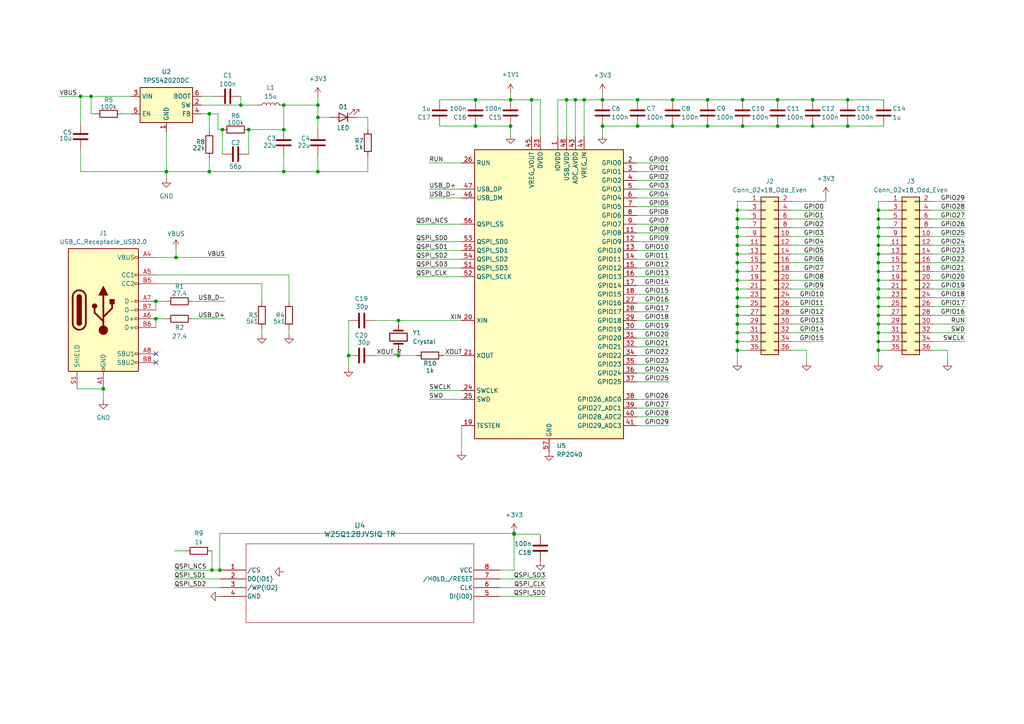
<source format=kicad_sch>
(kicad_sch (version 20230121) (generator eeschema)
  (paper "A4")
  (junction (at 213.868 96.52))
  (junction (at 254.762 101.6))
  (junction (at 254.762 93.98))
  (junction (at 213.868 68.58))
  (junction (at 29.972 112.776))
  (junction (at 213.868 83.82))
  (junction (at 149.098 154.686))
  (junction (at 148.082 36.576))
  (junction (at 184.912 36.576))
  (junction (at 166.878 28.956))
  (junction (at 92.202 30.48))
  (junction (at 195.072 36.576))
  (junction (at 213.868 76.2))
  (junction (at 60.706 49.784))
  (junction (at 215.392 28.956))
  (junction (at 63.754 165.354))
  (junction (at 61.468 165.354))
  (junction (at 213.868 60.96))
  (junction (at 245.872 28.956))
  (junction (at 213.868 99.06))
  (junction (at 254.762 68.58))
  (junction (at 245.872 36.576))
  (junction (at 254.762 91.44))
  (junction (at 225.552 28.956))
  (junction (at 205.232 36.576))
  (junction (at 101.092 103.124))
  (junction (at 235.712 36.576))
  (junction (at 174.752 28.956))
  (junction (at 213.868 88.9))
  (junction (at 235.712 28.956))
  (junction (at 82.296 49.784))
  (junction (at 45.212 87.376))
  (junction (at 254.762 96.52))
  (junction (at 254.762 99.06))
  (junction (at 72.136 37.592))
  (junction (at 148.082 28.956))
  (junction (at 213.868 81.28))
  (junction (at 254.762 71.12))
  (junction (at 213.868 78.74))
  (junction (at 213.868 73.66))
  (junction (at 254.762 66.04))
  (junction (at 254.762 76.2))
  (junction (at 64.516 37.592))
  (junction (at 254.762 83.82))
  (junction (at 254.762 60.96))
  (junction (at 149.098 154.94))
  (junction (at 115.57 92.964))
  (junction (at 213.868 63.5))
  (junction (at 213.868 101.6))
  (junction (at 82.296 37.592))
  (junction (at 254.762 78.74))
  (junction (at 174.752 36.576))
  (junction (at 45.212 92.456))
  (junction (at 213.868 93.98))
  (junction (at 69.85 30.48))
  (junction (at 215.392 36.576))
  (junction (at 213.868 86.36))
  (junction (at 51.054 74.676))
  (junction (at 82.296 30.48))
  (junction (at 137.922 28.956))
  (junction (at 225.552 36.576))
  (junction (at 115.57 103.124))
  (junction (at 26.416 27.94))
  (junction (at 254.762 86.36))
  (junction (at 154.178 28.956))
  (junction (at 137.922 36.576))
  (junction (at 48.26 49.784))
  (junction (at 60.706 33.02))
  (junction (at 213.868 71.12))
  (junction (at 254.762 88.9))
  (junction (at 23.368 27.94))
  (junction (at 205.232 28.956))
  (junction (at 184.912 28.956))
  (junction (at 92.202 34.036))
  (junction (at 213.868 66.04))
  (junction (at 254.762 73.66))
  (junction (at 254.762 63.5))
  (junction (at 213.868 91.44))
  (junction (at 169.418 28.956))
  (junction (at 254.762 81.28))
  (junction (at 195.072 28.956))
  (junction (at 92.202 49.784))
  (junction (at 164.338 28.956))
  (no_connect (at 45.212 105.156))
  (no_connect (at 45.212 102.616))
  (wire (pts (xy 254.762 78.74) (xy 257.81 78.74)))
  (wire (pts (xy 60.706 33.02) (xy 60.706 38.1)))
  (wire (pts (xy 92.202 49.784) (xy 82.296 49.784)))
  (wire (pts (xy 174.752 36.576) (xy 184.912 36.576)))
  (wire (pts (xy 229.616 91.44) (xy 239.014 91.44)))
  (wire (pts (xy 213.868 99.06) (xy 213.868 101.6)))
  (wire (pts (xy 213.868 91.44) (xy 216.916 91.44)))
  (wire (pts (xy 270.51 88.9) (xy 279.908 88.9)))
  (wire (pts (xy 69.85 27.94) (xy 69.85 30.48)))
  (wire (pts (xy 254.762 83.82) (xy 257.81 83.82)))
  (wire (pts (xy 184.658 77.724) (xy 194.056 77.724)))
  (wire (pts (xy 184.658 70.104) (xy 194.056 70.104)))
  (wire (pts (xy 213.868 81.28) (xy 216.916 81.28)))
  (wire (pts (xy 270.51 78.74) (xy 279.908 78.74)))
  (wire (pts (xy 63.754 154.686) (xy 63.754 165.354)))
  (wire (pts (xy 133.858 54.864) (xy 124.46 54.864)))
  (wire (pts (xy 133.858 123.444) (xy 133.858 130.81)))
  (wire (pts (xy 133.858 115.824) (xy 124.46 115.824)))
  (wire (pts (xy 115.57 101.6) (xy 115.57 103.124)))
  (wire (pts (xy 26.416 33.02) (xy 26.416 27.94)))
  (wire (pts (xy 184.658 105.664) (xy 194.056 105.664)))
  (wire (pts (xy 184.658 95.504) (xy 194.056 95.504)))
  (wire (pts (xy 120.65 75.184) (xy 133.858 75.184)))
  (wire (pts (xy 184.658 110.744) (xy 194.056 110.744)))
  (wire (pts (xy 213.868 71.12) (xy 213.868 73.66)))
  (wire (pts (xy 23.368 43.434) (xy 23.368 49.784)))
  (wire (pts (xy 50.546 167.894) (xy 63.754 167.894)))
  (wire (pts (xy 148.082 26.924) (xy 148.082 28.956)))
  (wire (pts (xy 254.762 88.9) (xy 254.762 91.44)))
  (wire (pts (xy 213.868 60.96) (xy 216.916 60.96)))
  (wire (pts (xy 174.752 26.924) (xy 174.752 28.956)))
  (wire (pts (xy 156.718 154.94) (xy 156.718 155.194)))
  (wire (pts (xy 254.762 101.6) (xy 254.762 104.902)))
  (wire (pts (xy 213.868 83.82) (xy 213.868 86.36)))
  (wire (pts (xy 213.868 101.6) (xy 213.868 104.902)))
  (wire (pts (xy 254.762 99.06) (xy 254.762 101.6)))
  (wire (pts (xy 82.296 30.48) (xy 92.202 30.48)))
  (wire (pts (xy 106.68 49.784) (xy 92.202 49.784)))
  (wire (pts (xy 254.762 93.98) (xy 257.81 93.98)))
  (wire (pts (xy 215.392 28.956) (xy 225.552 28.956)))
  (wire (pts (xy 184.658 82.804) (xy 194.056 82.804)))
  (wire (pts (xy 75.946 95.25) (xy 75.946 97.028)))
  (wire (pts (xy 229.616 83.82) (xy 239.014 83.82)))
  (wire (pts (xy 229.616 96.52) (xy 239.014 96.52)))
  (wire (pts (xy 106.68 34.036) (xy 106.68 37.592)))
  (wire (pts (xy 184.658 98.044) (xy 194.056 98.044)))
  (wire (pts (xy 195.072 36.576) (xy 205.232 36.576)))
  (wire (pts (xy 254.762 96.52) (xy 254.762 99.06)))
  (wire (pts (xy 213.868 66.04) (xy 216.916 66.04)))
  (wire (pts (xy 115.57 92.964) (xy 115.57 93.98)))
  (wire (pts (xy 184.658 65.024) (xy 194.056 65.024)))
  (wire (pts (xy 137.922 36.576) (xy 127.508 36.576)))
  (wire (pts (xy 82.296 49.784) (xy 60.706 49.784)))
  (wire (pts (xy 83.82 95.25) (xy 83.82 97.028)))
  (wire (pts (xy 213.868 68.58) (xy 216.916 68.58)))
  (wire (pts (xy 235.712 36.576) (xy 245.872 36.576)))
  (wire (pts (xy 254.762 81.28) (xy 257.81 81.28)))
  (wire (pts (xy 45.212 87.376) (xy 45.212 89.916)))
  (wire (pts (xy 184.658 75.184) (xy 194.056 75.184)))
  (wire (pts (xy 51.054 72.136) (xy 51.054 74.676)))
  (wire (pts (xy 158.242 172.974) (xy 145.034 172.974)))
  (wire (pts (xy 154.178 28.956) (xy 156.718 28.956)))
  (wire (pts (xy 254.762 91.44) (xy 257.81 91.44)))
  (wire (pts (xy 184.658 47.244) (xy 194.056 47.244)))
  (wire (pts (xy 120.65 80.264) (xy 133.858 80.264)))
  (wire (pts (xy 216.916 96.52) (xy 213.868 96.52)))
  (wire (pts (xy 55.88 87.376) (xy 65.278 87.376)))
  (wire (pts (xy 184.658 54.864) (xy 194.056 54.864)))
  (wire (pts (xy 184.658 85.344) (xy 194.056 85.344)))
  (wire (pts (xy 254.762 66.04) (xy 257.81 66.04)))
  (wire (pts (xy 229.616 73.66) (xy 239.014 73.66)))
  (wire (pts (xy 106.68 45.212) (xy 106.68 49.784)))
  (wire (pts (xy 50.546 170.434) (xy 63.754 170.434)))
  (wire (pts (xy 205.232 36.576) (xy 215.392 36.576)))
  (wire (pts (xy 229.616 86.36) (xy 239.014 86.36)))
  (wire (pts (xy 101.092 103.124) (xy 101.092 106.68)))
  (wire (pts (xy 213.868 60.96) (xy 213.868 63.5)))
  (wire (pts (xy 149.098 154.94) (xy 156.718 154.94)))
  (wire (pts (xy 213.868 76.2) (xy 216.916 76.2)))
  (wire (pts (xy 239.522 56.896) (xy 239.522 58.42)))
  (wire (pts (xy 50.546 159.766) (xy 53.848 159.766)))
  (wire (pts (xy 184.912 28.956) (xy 195.072 28.956)))
  (wire (pts (xy 184.912 36.576) (xy 195.072 36.576)))
  (wire (pts (xy 133.858 92.964) (xy 115.57 92.964)))
  (wire (pts (xy 158.242 170.434) (xy 145.034 170.434)))
  (wire (pts (xy 82.296 37.592) (xy 72.136 37.592)))
  (wire (pts (xy 17.272 27.94) (xy 23.368 27.94)))
  (wire (pts (xy 257.81 96.52) (xy 254.762 96.52)))
  (wire (pts (xy 184.658 123.444) (xy 194.056 123.444)))
  (wire (pts (xy 213.868 101.6) (xy 216.916 101.6)))
  (wire (pts (xy 61.468 165.354) (xy 63.754 165.354)))
  (wire (pts (xy 184.658 72.644) (xy 194.056 72.644)))
  (wire (pts (xy 120.65 77.724) (xy 133.858 77.724)))
  (wire (pts (xy 184.658 62.484) (xy 194.056 62.484)))
  (wire (pts (xy 92.202 34.036) (xy 95.758 34.036)))
  (wire (pts (xy 254.762 63.5) (xy 254.762 66.04)))
  (wire (pts (xy 213.868 88.9) (xy 213.868 91.44)))
  (wire (pts (xy 149.098 154.686) (xy 149.098 154.94)))
  (wire (pts (xy 254.762 83.82) (xy 254.762 86.36)))
  (wire (pts (xy 174.752 39.116) (xy 174.752 36.576)))
  (wire (pts (xy 254.762 58.42) (xy 254.762 60.96)))
  (wire (pts (xy 45.212 82.296) (xy 75.946 82.296)))
  (wire (pts (xy 64.516 37.592) (xy 64.516 44.704)))
  (wire (pts (xy 229.616 101.6) (xy 233.934 101.6)))
  (wire (pts (xy 254.762 73.66) (xy 254.762 76.2)))
  (wire (pts (xy 213.868 88.9) (xy 216.916 88.9)))
  (wire (pts (xy 148.082 28.956) (xy 154.178 28.956)))
  (wire (pts (xy 149.098 154.432) (xy 149.098 154.686)))
  (wire (pts (xy 270.51 60.96) (xy 279.908 60.96)))
  (wire (pts (xy 51.054 74.676) (xy 45.212 74.676)))
  (wire (pts (xy 83.82 79.756) (xy 83.82 87.63)))
  (wire (pts (xy 254.762 81.28) (xy 254.762 83.82)))
  (wire (pts (xy 45.212 92.456) (xy 48.26 92.456)))
  (wire (pts (xy 92.202 30.48) (xy 92.202 34.036)))
  (wire (pts (xy 213.868 81.28) (xy 213.868 83.82)))
  (wire (pts (xy 184.658 57.404) (xy 194.056 57.404)))
  (wire (pts (xy 213.868 63.5) (xy 216.916 63.5)))
  (wire (pts (xy 50.546 165.354) (xy 61.468 165.354)))
  (wire (pts (xy 270.51 68.58) (xy 279.908 68.58)))
  (wire (pts (xy 23.368 49.784) (xy 48.26 49.784)))
  (wire (pts (xy 213.868 91.44) (xy 213.868 93.98)))
  (wire (pts (xy 254.762 73.66) (xy 257.81 73.66)))
  (wire (pts (xy 213.868 73.66) (xy 213.868 76.2)))
  (wire (pts (xy 45.212 87.376) (xy 48.26 87.376)))
  (wire (pts (xy 29.972 112.776) (xy 29.972 116.078)))
  (wire (pts (xy 184.658 52.324) (xy 194.056 52.324)))
  (wire (pts (xy 254.762 88.9) (xy 257.81 88.9)))
  (wire (pts (xy 101.092 92.964) (xy 101.092 103.124)))
  (wire (pts (xy 156.718 28.956) (xy 156.718 39.624)))
  (wire (pts (xy 213.868 93.98) (xy 213.868 96.52)))
  (wire (pts (xy 23.368 27.94) (xy 23.368 35.814)))
  (wire (pts (xy 148.082 36.576) (xy 148.082 39.116)))
  (wire (pts (xy 195.072 28.956) (xy 205.232 28.956)))
  (wire (pts (xy 164.338 39.624) (xy 164.338 28.956)))
  (wire (pts (xy 254.762 78.74) (xy 254.762 81.28)))
  (wire (pts (xy 48.26 49.784) (xy 60.706 49.784)))
  (wire (pts (xy 82.296 45.212) (xy 82.296 49.784)))
  (wire (pts (xy 48.26 51.816) (xy 48.26 49.784)))
  (wire (pts (xy 103.378 34.036) (xy 106.68 34.036)))
  (wire (pts (xy 239.522 58.42) (xy 229.616 58.42)))
  (wire (pts (xy 254.762 76.2) (xy 257.81 76.2)))
  (wire (pts (xy 235.712 28.956) (xy 245.872 28.956)))
  (wire (pts (xy 229.616 81.28) (xy 239.014 81.28)))
  (wire (pts (xy 270.51 86.36) (xy 279.908 86.36)))
  (wire (pts (xy 120.65 70.104) (xy 133.858 70.104)))
  (wire (pts (xy 254.762 91.44) (xy 254.762 93.98)))
  (wire (pts (xy 225.552 36.576) (xy 235.712 36.576)))
  (wire (pts (xy 213.868 78.74) (xy 216.916 78.74)))
  (wire (pts (xy 270.51 66.04) (xy 279.908 66.04)))
  (wire (pts (xy 254.762 93.98) (xy 254.762 96.52)))
  (wire (pts (xy 254.762 68.58) (xy 254.762 71.12)))
  (wire (pts (xy 213.868 78.74) (xy 213.868 81.28)))
  (wire (pts (xy 229.616 76.2) (xy 239.014 76.2)))
  (wire (pts (xy 184.658 103.124) (xy 194.056 103.124)))
  (wire (pts (xy 184.658 118.364) (xy 194.056 118.364)))
  (wire (pts (xy 270.51 63.5) (xy 279.908 63.5)))
  (wire (pts (xy 184.658 49.784) (xy 194.056 49.784)))
  (wire (pts (xy 26.416 27.94) (xy 38.1 27.94)))
  (wire (pts (xy 229.616 63.5) (xy 239.014 63.5)))
  (wire (pts (xy 213.868 58.42) (xy 213.868 60.96)))
  (wire (pts (xy 45.212 92.456) (xy 45.212 94.996)))
  (wire (pts (xy 229.616 78.74) (xy 239.014 78.74)))
  (wire (pts (xy 229.616 71.12) (xy 239.014 71.12)))
  (wire (pts (xy 229.616 66.04) (xy 239.014 66.04)))
  (wire (pts (xy 23.368 27.94) (xy 26.416 27.94)))
  (wire (pts (xy 184.658 120.904) (xy 194.056 120.904)))
  (wire (pts (xy 225.552 28.956) (xy 235.712 28.956)))
  (wire (pts (xy 254.762 60.96) (xy 257.81 60.96)))
  (wire (pts (xy 213.868 96.52) (xy 213.868 99.06)))
  (wire (pts (xy 216.916 71.12) (xy 213.868 71.12)))
  (wire (pts (xy 166.878 28.956) (xy 166.878 39.624)))
  (wire (pts (xy 245.872 36.576) (xy 256.286 36.576)))
  (wire (pts (xy 215.392 36.576) (xy 225.552 36.576)))
  (wire (pts (xy 254.762 68.58) (xy 257.81 68.58)))
  (wire (pts (xy 48.26 49.784) (xy 48.26 38.1)))
  (wire (pts (xy 148.082 36.576) (xy 137.922 36.576)))
  (wire (pts (xy 270.51 71.12) (xy 279.908 71.12)))
  (wire (pts (xy 184.658 67.564) (xy 194.056 67.564)))
  (wire (pts (xy 245.872 28.956) (xy 256.286 28.956)))
  (wire (pts (xy 149.098 154.686) (xy 63.754 154.686)))
  (wire (pts (xy 270.51 101.6) (xy 274.828 101.6)))
  (wire (pts (xy 128.524 103.124) (xy 133.858 103.124)))
  (wire (pts (xy 254.762 76.2) (xy 254.762 78.74)))
  (wire (pts (xy 92.202 45.212) (xy 92.202 49.784)))
  (wire (pts (xy 257.81 99.06) (xy 254.762 99.06)))
  (wire (pts (xy 254.762 60.96) (xy 254.762 63.5)))
  (wire (pts (xy 270.51 96.52) (xy 279.908 96.52)))
  (wire (pts (xy 92.202 34.036) (xy 92.202 37.592)))
  (wire (pts (xy 169.418 28.956) (xy 174.752 28.956)))
  (wire (pts (xy 45.212 79.756) (xy 83.82 79.756)))
  (wire (pts (xy 92.202 27.94) (xy 92.202 30.48)))
  (wire (pts (xy 120.65 65.024) (xy 133.858 65.024)))
  (wire (pts (xy 257.81 71.12) (xy 254.762 71.12)))
  (wire (pts (xy 148.082 28.956) (xy 137.922 28.956)))
  (wire (pts (xy 213.868 63.5) (xy 213.868 66.04)))
  (wire (pts (xy 161.798 28.956) (xy 164.338 28.956)))
  (wire (pts (xy 154.178 28.956) (xy 154.178 39.624)))
  (wire (pts (xy 108.712 103.124) (xy 115.57 103.124)))
  (wire (pts (xy 108.712 92.964) (xy 115.57 92.964)))
  (wire (pts (xy 254.762 63.5) (xy 257.81 63.5)))
  (wire (pts (xy 213.868 93.98) (xy 216.916 93.98)))
  (wire (pts (xy 184.658 115.824) (xy 194.056 115.824)))
  (wire (pts (xy 270.51 58.42) (xy 279.908 58.42)))
  (wire (pts (xy 274.828 101.6) (xy 274.828 104.902)))
  (wire (pts (xy 184.658 80.264) (xy 194.056 80.264)))
  (wire (pts (xy 60.706 33.02) (xy 63.246 33.02)))
  (wire (pts (xy 55.88 92.456) (xy 65.278 92.456)))
  (wire (pts (xy 229.616 68.58) (xy 239.014 68.58)))
  (wire (pts (xy 75.946 82.296) (xy 75.946 87.63)))
  (wire (pts (xy 257.81 58.42) (xy 254.762 58.42)))
  (wire (pts (xy 213.868 86.36) (xy 213.868 88.9)))
  (wire (pts (xy 164.338 28.956) (xy 166.878 28.956)))
  (wire (pts (xy 82.296 30.48) (xy 82.296 37.592)))
  (wire (pts (xy 229.616 99.06) (xy 239.014 99.06)))
  (wire (pts (xy 270.51 91.44) (xy 279.908 91.44)))
  (wire (pts (xy 254.762 86.36) (xy 257.81 86.36)))
  (wire (pts (xy 213.868 68.58) (xy 213.868 71.12)))
  (wire (pts (xy 270.51 83.82) (xy 279.908 83.82)))
  (wire (pts (xy 133.858 113.284) (xy 124.46 113.284)))
  (wire (pts (xy 213.868 66.04) (xy 213.868 68.58)))
  (wire (pts (xy 213.868 83.82) (xy 216.916 83.82)))
  (wire (pts (xy 166.878 28.956) (xy 169.418 28.956)))
  (wire (pts (xy 22.352 112.776) (xy 29.972 112.776)))
  (wire (pts (xy 205.232 28.956) (xy 215.392 28.956)))
  (wire (pts (xy 213.868 73.66) (xy 216.916 73.66)))
  (wire (pts (xy 63.246 37.592) (xy 64.516 37.592)))
  (wire (pts (xy 229.616 60.96) (xy 239.014 60.96)))
  (wire (pts (xy 216.916 99.06) (xy 213.868 99.06)))
  (wire (pts (xy 270.51 99.06) (xy 279.908 99.06)))
  (wire (pts (xy 184.658 100.584) (xy 194.056 100.584)))
  (wire (pts (xy 254.762 86.36) (xy 254.762 88.9)))
  (wire (pts (xy 229.616 93.98) (xy 239.014 93.98)))
  (wire (pts (xy 63.246 33.02) (xy 63.246 37.592)))
  (wire (pts (xy 58.42 27.94) (xy 62.23 27.94)))
  (wire (pts (xy 184.658 90.424) (xy 194.056 90.424)))
  (wire (pts (xy 270.51 93.98) (xy 279.908 93.98)))
  (wire (pts (xy 65.278 74.676) (xy 51.054 74.676)))
  (wire (pts (xy 184.658 87.884) (xy 194.056 87.884)))
  (wire (pts (xy 270.51 76.2) (xy 279.908 76.2)))
  (wire (pts (xy 216.916 58.42) (xy 213.868 58.42)))
  (wire (pts (xy 27.686 33.02) (xy 26.416 33.02)))
  (wire (pts (xy 35.306 33.02) (xy 38.1 33.02)))
  (wire (pts (xy 69.85 30.48) (xy 74.676 30.48)))
  (wire (pts (xy 161.798 39.624) (xy 161.798 28.956)))
  (wire (pts (xy 72.136 37.592) (xy 72.136 44.704)))
  (wire (pts (xy 270.51 73.66) (xy 279.908 73.66)))
  (wire (pts (xy 184.658 92.964) (xy 194.056 92.964)))
  (wire (pts (xy 184.658 108.204) (xy 194.056 108.204)))
  (wire (pts (xy 254.762 66.04) (xy 254.762 68.58)))
  (wire (pts (xy 133.858 57.404) (xy 124.46 57.404)))
  (wire (pts (xy 133.858 47.244) (xy 124.46 47.244)))
  (wire (pts (xy 58.42 33.02) (xy 60.706 33.02)))
  (wire (pts (xy 149.098 154.94) (xy 149.098 165.354)))
  (wire (pts (xy 61.468 159.766) (xy 61.468 165.354)))
  (wire (pts (xy 254.762 101.6) (xy 257.81 101.6)))
  (wire (pts (xy 213.868 86.36) (xy 216.916 86.36)))
  (wire (pts (xy 120.65 72.644) (xy 133.858 72.644)))
  (wire (pts (xy 137.922 28.956) (xy 127.508 28.956)))
  (wire (pts (xy 254.762 71.12) (xy 254.762 73.66)))
  (wire (pts (xy 149.098 165.354) (xy 145.034 165.354)))
  (wire (pts (xy 174.752 28.956) (xy 184.912 28.956)))
  (wire (pts (xy 58.42 30.48) (xy 69.85 30.48)))
  (wire (pts (xy 229.616 88.9) (xy 239.014 88.9)))
  (wire (pts (xy 213.868 76.2) (xy 213.868 78.74)))
  (wire (pts (xy 60.706 45.72) (xy 60.706 49.784)))
  (wire (pts (xy 270.51 81.28) (xy 279.908 81.28)))
  (wire (pts (xy 115.57 103.124) (xy 120.904 103.124)))
  (wire (pts (xy 169.418 39.624) (xy 169.418 28.956)))
  (wire (pts (xy 158.242 167.894) (xy 145.034 167.894)))
  (wire (pts (xy 184.658 59.944) (xy 194.056 59.944)))
  (wire (pts (xy 233.934 101.6) (xy 233.934 104.902)))
  (label "GPIO5" (at 239.014 73.66 180))
  (label "GPIO4" (at 239.014 71.12 180))
  (label "QSPI_SD2" (at 50.546 170.434 0))
  (label "GPIO5" (at 194.056 59.944 180))
  (label "GPIO7" (at 239.014 78.74 180))
  (label "GPIO21" (at 194.056 100.584 180))
  (label "GPIO21" (at 279.908 78.74 180))
  (label "QSPI_SD1" (at 50.546 167.894 0))
  (label "GPIO13" (at 194.056 80.264 180))
  (label "GPIO29" (at 194.056 123.444 180))
  (label "GPIO0" (at 239.014 60.96 180))
  (label "GPIO22" (at 279.908 76.2 180))
  (label "GPIO25" (at 279.908 68.58 180))
  (label "GPIO28" (at 279.908 60.96 180))
  (label "GPIO10" (at 239.014 86.36 180))
  (label "GPIO6" (at 239.014 76.2 180))
  (label "GPIO26" (at 194.056 115.824 180))
  (label "GPIO17" (at 279.908 88.9 180))
  (label "GPIO10" (at 194.056 72.644 180))
  (label "QSPI_SD0" (at 158.242 172.974 180))
  (label "GPIO9" (at 239.014 83.82 180))
  (label "GPIO20" (at 194.056 98.044 180))
  (label "USB_D-" (at 65.278 87.376 180))
  (label "QSPI_SD1" (at 120.65 72.644 0))
  (label "VBUS" (at 17.272 27.94 0))
  (label "GPIO16" (at 279.908 91.44 180))
  (label "RUN" (at 124.46 47.244 0))
  (label "SWCLK" (at 124.46 113.284 0))
  (label "GPIO23" (at 279.908 73.66 180))
  (label "SWCLK" (at 279.908 99.06 180))
  (label "GPIO15" (at 194.056 85.344 180))
  (label "GPIO7" (at 194.056 65.024 180))
  (label "QSPI_SD0" (at 120.65 70.104 0))
  (label "GPIO20" (at 279.908 81.28 180))
  (label "SWD" (at 124.46 115.824 0))
  (label "XOUT_R" (at 109.22 103.124 0))
  (label "GPIO14" (at 239.014 96.52 180))
  (label "GPIO12" (at 239.014 91.44 180))
  (label "GPIO11" (at 194.056 75.184 180))
  (label "VBUS" (at 65.278 74.676 180))
  (label "GPIO27" (at 279.908 63.5 180))
  (label "GPIO24" (at 279.908 71.12 180))
  (label "GPIO14" (at 194.056 82.804 180))
  (label "GPIO18" (at 279.908 86.36 180))
  (label "QSPI_SD3" (at 120.65 77.724 0))
  (label "QSPI_NCS" (at 120.65 65.024 0))
  (label "GPIO23" (at 194.056 105.664 180))
  (label "GPIO8" (at 194.056 67.564 180))
  (label "QSPI_CLK" (at 158.242 170.434 180))
  (label "GPIO0" (at 194.056 47.244 180))
  (label "USB_D+" (at 65.278 92.456 180))
  (label "GPIO15" (at 239.014 99.06 180))
  (label "GPIO4" (at 194.056 57.404 180))
  (label "QSPI_SD3" (at 158.242 167.894 180))
  (label "GPIO6" (at 194.056 62.484 180))
  (label "SWD" (at 279.908 96.52 180))
  (label "QSPI_NCS" (at 50.546 165.354 0))
  (label "XOUT" (at 129.032 103.124 0))
  (label "GPIO8" (at 239.014 81.28 180))
  (label "GPIO16" (at 194.056 87.884 180))
  (label "USB_D+" (at 124.46 54.864 0))
  (label "RUN" (at 279.908 93.98 180))
  (label "GPIO3" (at 239.014 68.58 180))
  (label "GPIO11" (at 239.014 88.9 180))
  (label "GPIO22" (at 194.056 103.124 180))
  (label "GPIO3" (at 194.056 54.864 180))
  (label "XIN" (at 130.556 92.964 0))
  (label "GPIO1" (at 194.056 49.784 180))
  (label "GPIO24" (at 194.056 108.204 180))
  (label "QSPI_CLK" (at 120.65 80.264 0))
  (label "GPIO19" (at 279.908 83.82 180))
  (label "GPIO27" (at 194.056 118.364 180))
  (label "GPIO17" (at 194.056 90.424 180))
  (label "GPIO1" (at 239.014 63.5 180))
  (label "GPIO25" (at 194.056 110.744 180))
  (label "GPIO18" (at 194.056 92.964 180))
  (label "GPIO29" (at 279.908 58.42 180))
  (label "GPIO26" (at 279.908 66.04 180))
  (label "GPIO13" (at 239.014 93.98 180))
  (label "GPIO2" (at 194.056 52.324 180))
  (label "GPIO2" (at 239.014 66.04 180))
  (label "GPIO19" (at 194.056 95.504 180))
  (label "GPIO28" (at 194.056 120.904 180))
  (label "QSPI_SD2" (at 120.65 75.184 0))
  (label "GPIO9" (at 194.056 70.104 180))
  (label "GPIO12" (at 194.056 77.724 180))
  (label "USB_D-" (at 124.46 57.404 0))
  (symbol (lib_id "power:+3V3") (at 239.522 56.896 0) (unit 1)
    (property "Reference" "#PWR06" (effects hide))
    (property "Value" "+3V3" (at 239.522 51.816 0))
    (instances (project "Fighstick_Raspi" (path "" (reference "#PWR06") (unit 1)) (path "" (reference "#PWR018") (unit 1)) (path "" (reference "#PWR040") (unit 1))) (project "Fighstick_Raspi_Wisest" (path "" (reference "#PWR020") (unit 1))))
  )
  (symbol (lib_id "power:GND") (at 159.258 131.064 0) (unit 1)
    (property "Reference" "#PWR08" (effects hide))
    (property "Value" "GND" (effects hide))
    (instances (project "Fighstick_Raspi" (path "" (reference "#PWR08") (unit 1)) (path "" (reference "#PWR035") (unit 1))) (project "Fighstick_Raspi_Wisest" (path "" (reference "#PWR015") (unit 1))))
  )
  (symbol (lib_id "MCU_RaspberryPi:RP2040") (at 159.258 85.344 0) (unit 1)
    (property "Reference" "U5" (at 161.4521 129.286 0) (effects (justify left)))
    (property "Value" "RP2040" (at 161.4521 131.826 0) (effects (justify left)))
    (property "Footprint" "Package_DFN_QFN:QFN-56-1EP_7x7mm_P0.4mm_EP3.2x3.2mm" (effects hide))
    (property "Datasheet" "https://datasheets.raspberrypi.com/rp2040/rp2040-datasheet.pdf" (effects hide))
    (instances (project "Fighstick_Raspi" (path "" (reference "U5") (unit 1)) (path "" (reference "U1") (unit 1))) (project "Fighstick_Raspi_Wisest" (path "" (reference "U3") (unit 1))))
  )
  (symbol (lib_id "Device:C") (at 256.286 32.766 0) (unit 1)
    (property "Reference" "C14" (at 258.826 31.496 0) (effects (justify left)))
    (property "Value" "1u" (at 258.826 34.036 0) (effects (justify left)))
    (instances (project "Fighstick_Raspi" (path "" (reference "C14") (unit 1)) (path "" (reference "C35") (unit 1))) (project "Fighstick_Raspi_Wisest" (path "" (reference "C20") (unit 1))))
  )
  (symbol (lib_id "Device:R") (at 57.658 159.766 90) (unit 1)
    (property "Reference" "R9" (at 57.658 154.686 90))
    (property "Value" "1k" (at 57.658 157.226 90))
    (instances (project "Fighstick_Raspi" (path "" (reference "R9") (unit 1)) (path "" (reference "R15") (unit 1))) (project "Fighstick_Raspi_Wisest" (path "" (reference "R4") (unit 1))))
  )
  (symbol (lib_id "power:GND") (at 82.296 165.862 270) (mirror x) (unit 1)
    (property "Reference" "#PWR016" (effects hide))
    (property "Value" "GND" (effects hide))
    (instances (project "Fighstick_Raspi" (path "" (reference "#PWR016") (unit 1)) (path "" (reference "#PWR028") (unit 1))) (project "Fighstick_Raspi_Wisest" (path "" (reference "#PWR06") (unit 1))))
  )
  (symbol (lib_id "Device:C") (at 104.902 103.124 270) (unit 1)
    (property "Reference" "C20" (at 102.87 97.282 90) (effects (justify left)))
    (property "Value" "30p" (at 103.632 99.314 90) (effects (justify left)))
    (instances (project "Fighstick_Raspi" (path "" (reference "C20") (unit 1)) (path "" (reference "C22") (unit 1))) (project "Fighstick_Raspi_Wisest" (path "" (reference "C7") (unit 1))))
  )
  (symbol (lib_id "Device:C") (at 104.902 92.964 270) (unit 1)
    (property "Reference" "C19" (at 102.87 86.614 90) (effects (justify left)))
    (property "Value" "30p" (at 103.124 88.9 90) (effects (justify left)))
    (instances (project "Fighstick_Raspi" (path "" (reference "C19") (unit 1)) (path "" (reference "C21") (unit 1))) (project "Fighstick_Raspi_Wisest" (path "" (reference "C6") (unit 1))))
  )
  (symbol (lib_id "Device:R") (at 31.496 33.02 90) (unit 1)
    (property "Reference" "R5" (at 31.496 28.956 90))
    (property "Value" "100k" (at 31.496 30.988 90))
    (instances (project "Fighstick_Raspi" (path "" (reference "R5") (unit 1)) (path "" (reference "R1") (unit 1))) (project "Fighstick_Raspi_Wisest" (path "" (reference "R1") (unit 1))))
  )
  (symbol (lib_id "Device:R") (at 106.68 41.402 180) (unit 1)
    (property "Reference" "R7" (at 104.14 40.894 0))
    (property "Value" "1k" (at 104.14 42.672 0))
    (instances (project "Fighstick_Raspi" (path "" (reference "R7") (unit 1)) (path "" (reference "R4") (unit 1))) (project "Fighstick_Raspi_Wisest" (path "" (reference "R9") (unit 1))))
  )
  (symbol (lib_id "Device:C") (at 68.326 44.704 270) (unit 1)
    (property "Reference" "C2" (at 68.326 41.402 90))
    (property "Value" "56p" (at 68.326 48.26 90))
    (instances (project "Fighstick_Raspi" (path "" (reference "C2") (unit 1)) (path "" (reference "C3") (unit 1))) (project "Fighstick_Raspi_Wisest" (path "" (reference "C3") (unit 1))))
  )
  (symbol (lib_id "power:GND") (at 29.972 116.078 0) (unit 1)
    (property "Reference" "#PWR01" (effects hide))
    (property "Value" "GND" (at 29.972 121.158 0))
    (instances (project "Fighstick_Raspi" (path "" (reference "#PWR01") (unit 1)) (path "" (reference "#PWR023") (unit 1))) (project "Fighstick_Raspi_Wisest" (path "" (reference "#PWR01") (unit 1))))
  )
  (symbol (lib_id "power:+3V3") (at 174.752 26.924 0) (unit 1)
    (property "Reference" "#PWR06" (effects hide))
    (property "Value" "+3V3" (at 174.752 21.844 0))
    (instances (project "Fighstick_Raspi" (path "" (reference "#PWR06") (unit 1)) (path "" (reference "#PWR09") (unit 1)) (path "" (reference "#PWR036") (unit 1))) (project "Fighstick_Raspi_Wisest" (path "" (reference "#PWR016") (unit 1))))
  )
  (symbol (lib_id "power:GND") (at 213.868 104.902 0) (unit 1)
    (property "Reference" "#PWR019" (effects hide))
    (property "Value" "GND" (effects hide))
    (instances (project "Fighstick_Raspi" (path "" (reference "#PWR019") (unit 1)) (path "" (reference "#PWR038") (unit 1))) (project "Fighstick_Raspi_Wisest" (path "" (reference "#PWR018") (unit 1))))
  )
  (symbol (lib_id "power:GND") (at 274.828 104.902 0) (unit 1)
    (property "Reference" "#PWR022" (effects hide))
    (property "Value" "GND" (effects hide))
    (instances (project "Fighstick_Raspi" (path "" (reference "#PWR022") (unit 1)) (path "" (reference "#PWR042") (unit 1))) (project "Fighstick_Raspi_Wisest" (path "" (reference "#PWR022") (unit 1))))
  )
  (symbol (lib_id "Device:C") (at 148.082 32.766 180) (unit 1)
    (property "Reference" "C15" (at 145.542 34.036 0) (effects (justify left)))
    (property "Value" "100n" (at 145.542 31.496 0) (effects (justify left)))
    (instances (project "Fighstick_Raspi" (path "" (reference "C15") (unit 1)) (path "" (reference "C25") (unit 1))) (project "Fighstick_Raspi_Wisest" (path "" (reference "C10") (unit 1))))
  )
  (symbol (lib_id "Connector:USB_C_Receptacle_USB2.0") (at 29.972 89.916 0) (unit 1)
    (property "Reference" "J1" (at 29.972 67.606 0))
    (property "Value" "USB_C_Receptacle_USB2.0" (at 29.972 70.146 0))
    (property "Datasheet" "https://www.usb.org/sites/default/files/documents/usb_type-c.zip" (effects hide))
    (instances (project "Fighstick_Raspi" (path "" (reference "J1") (unit 1)) (path "" (reference "J4") (unit 1))) (project "Fighstick_Raspi_Wisest" (path "" (reference "J1") (unit 1))))
  )
  (symbol (lib_id "Device:R") (at 124.714 103.124 90) (unit 1)
    (property "Reference" "R10" (at 124.714 105.41 90))
    (property "Value" "1k" (at 124.714 107.442 90))
    (instances (project "Fighstick_Raspi" (path "" (reference "R10") (unit 1)) (path "" (reference "R16") (unit 1))) (project "Fighstick_Raspi_Wisest" (path "" (reference "R10") (unit 1))))
  )
  (symbol (lib_id "power:+3V3") (at 92.202 27.94 0) (unit 1)
    (property "Reference" "#PWR06" (effects hide))
    (property "Value" "+3V3" (at 92.202 22.86 0))
    (instances (project "Fighstick_Raspi" (path "" (reference "#PWR06") (unit 1)) (path "" (reference "#PWR02") (unit 1))) (project "Fighstick_Raspi_Wisest" (path "" (reference "#PWR08") (unit 1))))
  )
  (symbol (lib_id "Device:C") (at 205.232 32.766 0) (unit 1)
    (property "Reference" "C9" (at 207.772 31.496 0) (effects (justify left)))
    (property "Value" "100n" (at 207.772 34.036 0) (effects (justify left)))
    (instances (project "Fighstick_Raspi" (path "" (reference "C9") (unit 1)) (path "" (reference "C30") (unit 1))) (project "Fighstick_Raspi_Wisest" (path "" (reference "C15") (unit 1))))
  )
  (symbol (lib_id "Connector_Generic:Conn_02x18_Odd_Even") (at 221.996 78.74 0) (unit 1)
    (property "Reference" "J2" (at 223.266 52.578 0))
    (property "Value" "Conn_02x18_Odd_Even" (at 223.266 55.118 0))
    (instances (project "Fighstick_Raspi" (path "" (reference "J2") (unit 1)) (path "" (reference "J5") (unit 1))) (project "Fighstick_Raspi_Wisest" (path "" (reference "J2") (unit 1))))
  )
  (symbol (lib_id "Device:C") (at 82.296 41.402 0) (unit 1)
    (property "Reference" "C3" (at 78.74 40.132 0))
    (property "Value" "22u" (at 78.232 42.164 0))
    (instances (project "Fighstick_Raspi" (path "" (reference "C3") (unit 1)) (path "" (reference "C4") (unit 1))) (project "Fighstick_Raspi_Wisest" (path "" (reference "C4") (unit 1))))
  )
  (symbol (lib_id "Device:C") (at 156.718 159.004 180) (unit 1)
    (property "Reference" "C18" (at 154.178 160.274 0) (effects (justify left)))
    (property "Value" "100n" (at 154.178 157.734 0) (effects (justify left)))
    (instances (project "Fighstick_Raspi" (path "" (reference "C18") (unit 1)) (path "" (reference "C26") (unit 1))) (project "Fighstick_Raspi_Wisest" (path "" (reference "C11") (unit 1))))
  )
  (symbol (lib_id "power:GND") (at 75.946 97.028 0) (unit 1)
    (property "Reference" "#PWR02" (effects hide))
    (property "Value" "GND" (effects hide))
    (instances (project "Fighstick_Raspi" (path "" (reference "#PWR02") (unit 1)) (path "" (reference "#PWR025") (unit 1))) (project "Fighstick_Raspi_Wisest" (path "" (reference "#PWR05") (unit 1))))
  )
  (symbol (lib_id "Device:LED") (at 99.568 34.036 180) (unit 1)
    (property "Reference" "D1" (at 99.568 30.988 0))
    (property "Value" "LED" (at 99.568 37.084 0))
  )
  (symbol (lib_id "Device:R") (at 52.07 92.456 90) (unit 1)
    (property "Reference" "R2" (at 52.07 94.996 90))
    (property "Value" "27.4" (at 52.07 97.536 90))
    (instances (project "Fighstick_Raspi" (path "" (reference "R2") (unit 1)) (path "" (reference "R12") (unit 1))) (project "Fighstick_Raspi_Wisest" (path "" (reference "R3") (unit 1))))
  )
  (symbol (lib_id "2024-01-27_15-57-12:W25Q128JVSIQ_TR") (at 63.754 165.354 0) (unit 1)
    (property "Reference" "U4" (at 104.394 152.4 0) (effects (font (size 1.524 1.524))))
    (property "Value" "W25Q128JVSIQ TR" (at 104.394 154.94 0) (effects (font (size 1.524 1.524))))
    (property "Footprint" "w25q128jvsiq:SOIC_208MIL_WIN" (effects hide))
    (property "Datasheet" "W25Q128JVSIQ TR" (effects hide))
    (instances (project "Fighstick_Raspi" (path "" (reference "U4") (unit 1)) (path "" (reference "U3") (unit 1))) (project "Fighstick_Raspi_Wisest" (path "" (reference "U2") (unit 1))))
  )
  (symbol (lib_id "Device:C") (at 127.508 32.766 180) (unit 1)
    (property "Reference" "C17" (at 124.968 34.036 0) (effects (justify left)))
    (property "Value" "1u" (at 124.968 31.496 0) (effects (justify left)))
    (instances (project "Fighstick_Raspi" (path "" (reference "C17") (unit 1)) (path "" (reference "C23") (unit 1))) (project "Fighstick_Raspi_Wisest" (path "" (reference "C8") (unit 1))))
  )
  (symbol (lib_id "power:GND") (at 83.82 97.028 0) (unit 1)
    (property "Reference" "#PWR03" (effects hide))
    (property "Value" "GND" (effects hide))
    (instances (project "Fighstick_Raspi" (path "" (reference "#PWR03") (unit 1)) (path "" (reference "#PWR026") (unit 1))) (project "Fighstick_Raspi_Wisest" (path "" (reference "#PWR07") (unit 1))))
  )
  (symbol (lib_id "Device:C") (at 137.922 32.766 180) (unit 1)
    (property "Reference" "C16" (at 135.382 34.036 0) (effects (justify left)))
    (property "Value" "100n" (at 135.382 31.496 0) (effects (justify left)))
    (instances (project "Fighstick_Raspi" (path "" (reference "C16") (unit 1)) (path "" (reference "C24") (unit 1))) (project "Fighstick_Raspi_Wisest" (path "" (reference "C9") (unit 1))))
  )
  (symbol (lib_id "power:GND") (at 233.934 104.902 0) (unit 1)
    (property "Reference" "#PWR020" (effects hide))
    (property "Value" "GND" (effects hide))
    (instances (project "Fighstick_Raspi" (path "" (reference "#PWR020") (unit 1)) (path "" (reference "#PWR039") (unit 1))) (project "Fighstick_Raspi_Wisest" (path "" (reference "#PWR019") (unit 1))))
  )
  (symbol (lib_id "Device:R") (at 52.07 87.376 90) (unit 1)
    (property "Reference" "R1" (at 52.07 83.058 90))
    (property "Value" "27.4" (at 52.07 85.09 90))
    (instances (project "Fighstick_Raspi" (path "" (reference "R1") (unit 1)) (path "" (reference "R11") (unit 1))) (project "Fighstick_Raspi_Wisest" (path "" (reference "R2") (unit 1))))
  )
  (symbol (lib_id "Device:R") (at 60.706 41.91 180) (unit 1)
    (property "Reference" "R8" (at 58.166 41.148 0))
    (property "Value" "22k" (at 57.658 42.926 0))
    (instances (project "Fighstick_Raspi" (path "" (reference "R8") (unit 1)) (path "" (reference "R2") (unit 1))) (project "Fighstick_Raspi_Wisest" (path "" (reference "R5") (unit 1))))
  )
  (symbol (lib_id "Device:Crystal") (at 115.57 97.79 90) (unit 1)
    (property "Reference" "Y1" (at 119.634 96.52 90) (effects (justify right)))
    (property "Value" "Crystal" (at 119.634 99.06 90) (effects (justify right)))
    (instances (project "Fighstick_Raspi" (path "" (reference "Y1") (unit 1)) (path "" (reference "Y2") (unit 1))) (project "Fighstick_Raspi_Wisest" (path "" (reference "Y1") (unit 1))))
  )
  (symbol (lib_id "Device:R") (at 83.82 91.44 180) (unit 1)
    (property "Reference" "R4" (at 81.28 91.44 0))
    (property "Value" "5k1" (at 81.026 93.218 0))
    (instances (project "Fighstick_Raspi" (path "" (reference "R4") (unit 1)) (path "" (reference "R14") (unit 1))) (project "Fighstick_Raspi_Wisest" (path "" (reference "R8") (unit 1))))
  )
  (symbol (lib_id "Device:L") (at 78.486 30.48 90) (unit 1)
    (property "Reference" "L1" (at 78.486 25.4 90))
    (property "Value" "15u" (at 78.486 27.94 90))
  )
  (symbol (lib_id "Device:C") (at 195.072 32.766 0) (unit 1)
    (property "Reference" "C8" (at 197.612 31.496 0) (effects (justify left)))
    (property "Value" "100n" (at 197.612 34.036 0) (effects (justify left)))
    (instances (project "Fighstick_Raspi" (path "" (reference "C8") (unit 1)) (path "" (reference "C29") (unit 1))) (project "Fighstick_Raspi_Wisest" (path "" (reference "C14") (unit 1))))
  )
  (symbol (lib_id "Regulator_Switching:TPS54202DDC") (at 48.26 30.48 0) (unit 1)
    (property "Reference" "U2" (at 48.26 20.79 0))
    (property "Value" "TPS54202DDC" (at 48.26 23.33 0))
    (property "Footprint" "Package_TO_SOT_SMD:SOT-23-6" (effects hide))
    (property "Datasheet" "http://www.ti.com/lit/ds/symlink/tps54202.pdf" (effects hide))
    (instances (project "Fighstick_Raspi" (path "" (reference "U2") (unit 1)) (path "" (reference "U1") (unit 1))) (project "Fighstick_Raspi_Wisest" (path "" (reference "U1") (unit 1))))
  )
  (symbol (lib_id "Device:C") (at 23.368 39.624 0) (unit 1)
    (property "Reference" "C5" (at 19.558 38.354 0))
    (property "Value" "10u" (at 19.05 40.132 0))
    (instances (project "Fighstick_Raspi" (path "" (reference "C5") (unit 1)) (path "" (reference "C1") (unit 1))) (project "Fighstick_Raspi_Wisest" (path "" (reference "C1") (unit 1))))
  )
  (symbol (lib_id "power:GND") (at 63.754 172.974 270) (mirror x) (unit 1)
    (property "Reference" "#PWR015" (effects hide))
    (property "Value" "GND" (effects hide))
    (instances (project "Fighstick_Raspi" (path "" (reference "#PWR015") (unit 1)) (path "" (reference "#PWR027") (unit 1))) (project "Fighstick_Raspi_Wisest" (path "" (reference "#PWR04") (unit 1))))
  )
  (symbol (lib_id "power:+3V3") (at 149.098 154.432 0) (unit 1)
    (property "Reference" "#PWR06" (effects hide))
    (property "Value" "+3V3" (at 149.098 149.352 0))
    (instances (project "Fighstick_Raspi" (path "" (reference "#PWR06") (unit 1)) (path "" (reference "#PWR013") (unit 1)) (path "" (reference "#PWR033") (unit 1))) (project "Fighstick_Raspi_Wisest" (path "" (reference "#PWR013") (unit 1))))
  )
  (symbol (lib_id "Device:C") (at 245.872 32.766 0) (unit 1)
    (property "Reference" "C13" (at 248.412 31.496 0) (effects (justify left)))
    (property "Value" "100n" (at 248.412 34.036 0) (effects (justify left)))
    (instances (project "Fighstick_Raspi" (path "" (reference "C13") (unit 1)) (path "" (reference "C34") (unit 1))) (project "Fighstick_Raspi_Wisest" (path "" (reference "C19") (unit 1))))
  )
  (symbol (lib_id "Device:C") (at 66.04 27.94 270) (unit 1)
    (property "Reference" "C1" (at 66.04 21.844 90))
    (property "Value" "100n" (at 66.04 24.384 90))
    (instances (project "Fighstick_Raspi" (path "" (reference "C1") (unit 1)) (path "" (reference "C2") (unit 1))) (project "Fighstick_Raspi_Wisest" (path "" (reference "C2") (unit 1))))
  )
  (symbol (lib_id "power:GND") (at 101.092 106.68 0) (mirror y) (unit 1)
    (property "Reference" "#PWR017" (effects hide))
    (property "Value" "GND" (effects hide))
    (instances (project "Fighstick_Raspi" (path "" (reference "#PWR017") (unit 1)) (path "" (reference "#PWR029") (unit 1))) (project "Fighstick_Raspi_Wisest" (path "" (reference "#PWR09") (unit 1))))
  )
  (symbol (lib_id "power:GND") (at 174.752 39.116 0) (unit 1)
    (property "Reference" "#PWR07" (effects hide))
    (property "Value" "GND" (effects hide))
    (instances (project "Fighstick_Raspi" (path "" (reference "#PWR07") (unit 1)) (path "" (reference "#PWR037") (unit 1))) (project "Fighstick_Raspi_Wisest" (path "" (reference "#PWR017") (unit 1))))
  )
  (symbol (lib_id "Device:R") (at 68.326 37.592 90) (unit 1)
    (property "Reference" "R6" (at 68.326 33.528 90))
    (property "Value" "100k" (at 68.326 35.56 90))
    (instances (project "Fighstick_Raspi" (path "" (reference "R6") (unit 1)) (path "" (reference "R3") (unit 1))) (project "Fighstick_Raspi_Wisest" (path "" (reference "R6") (unit 1))))
  )
  (symbol (lib_id "Device:C") (at 235.712 32.766 0) (unit 1)
    (property "Reference" "C12" (at 238.252 31.496 0) (effects (justify left)))
    (property "Value" "100n" (at 238.252 34.036 0) (effects (justify left)))
    (instances (project "Fighstick_Raspi" (path "" (reference "C12") (unit 1)) (path "" (reference "C33") (unit 1))) (project "Fighstick_Raspi_Wisest" (path "" (reference "C18") (unit 1))))
  )
  (symbol (lib_id "power:GND") (at 254.762 104.902 0) (unit 1)
    (property "Reference" "#PWR021" (effects hide))
    (property "Value" "GND" (effects hide))
    (instances (project "Fighstick_Raspi" (path "" (reference "#PWR021") (unit 1)) (path "" (reference "#PWR041") (unit 1))) (project "Fighstick_Raspi_Wisest" (path "" (reference "#PWR021") (unit 1))))
  )
  (symbol (lib_id "power:GND") (at 156.718 162.814 0) (unit 1)
    (property "Reference" "#PWR014" (effects hide))
    (property "Value" "GND" (effects hide))
    (instances (project "Fighstick_Raspi" (path "" (reference "#PWR014") (unit 1)) (path "" (reference "#PWR034") (unit 1))) (project "Fighstick_Raspi_Wisest" (path "" (reference "#PWR014") (unit 1))))
  )
  (symbol (lib_id "Device:C") (at 184.912 32.766 0) (unit 1)
    (property "Reference" "C7" (at 187.452 31.496 0) (effects (justify left)))
    (property "Value" "100n" (at 187.452 34.036 0) (effects (justify left)))
    (instances (project "Fighstick_Raspi" (path "" (reference "C7") (unit 1)) (path "" (reference "C28") (unit 1))) (project "Fighstick_Raspi_Wisest" (path "" (reference "C13") (unit 1))))
  )
  (symbol (lib_id "power:VBUS") (at 51.054 72.136 0) (unit 1)
    (property "Reference" "#PWR04" (effects hide))
    (property "Value" "VBUS" (at 51.054 67.818 0))
    (instances (project "Fighstick_Raspi" (path "" (reference "#PWR04") (unit 1)) (path "" (reference "#PWR024") (unit 1))) (project "Fighstick_Raspi_Wisest" (path "" (reference "#PWR03") (unit 1))))
  )
  (symbol (lib_id "power:+1V1") (at 148.082 26.924 0) (unit 1)
    (property "Reference" "#PWR010" (effects hide))
    (property "Value" "+1V1" (at 148.082 21.59 0))
    (instances (project "Fighstick_Raspi" (path "" (reference "#PWR010") (unit 1)) (path "" (reference "#PWR031") (unit 1))) (project "Fighstick_Raspi_Wisest" (path "" (reference "#PWR011") (unit 1))))
  )
  (symbol (lib_id "Device:C") (at 215.392 32.766 0) (unit 1)
    (property "Reference" "C10" (at 217.932 31.496 0) (effects (justify left)))
    (property "Value" "100n" (at 217.932 34.036 0) (effects (justify left)))
    (instances (project "Fighstick_Raspi" (path "" (reference "C10") (unit 1)) (path "" (reference "C31") (unit 1))) (project "Fighstick_Raspi_Wisest" (path "" (reference "C16") (unit 1))))
  )
  (symbol (lib_id "Connector_Generic:Conn_02x18_Odd_Even") (at 262.89 78.74 0) (unit 1)
    (property "Reference" "J3" (at 264.16 52.578 0))
    (property "Value" "Conn_02x18_Odd_Even" (at 264.16 55.118 0))
    (instances (project "Fighstick_Raspi" (path "" (reference "J3") (unit 1)) (path "" (reference "J6") (unit 1))) (project "Fighstick_Raspi_Wisest" (path "" (reference "J3") (unit 1))))
  )
  (symbol (lib_id "Device:C") (at 225.552 32.766 0) (unit 1)
    (property "Reference" "C11" (at 228.092 31.496 0) (effects (justify left)))
    (property "Value" "100n" (at 228.092 34.036 0) (effects (justify left)))
    (instances (project "Fighstick_Raspi" (path "" (reference "C11") (unit 1)) (path "" (reference "C32") (unit 1))) (project "Fighstick_Raspi_Wisest" (path "" (reference "C17") (unit 1))))
  )
  (symbol (lib_id "power:GND") (at 148.082 39.116 0) (unit 1)
    (property "Reference" "#PWR011" (effects hide))
    (property "Value" "GND" (effects hide))
    (instances (project "Fighstick_Raspi" (path "" (reference "#PWR011") (unit 1)) (path "" (reference "#PWR032") (unit 1))) (project "Fighstick_Raspi_Wisest" (path "" (reference "#PWR012") (unit 1))))
  )
  (symbol (lib_id "power:GND") (at 48.26 51.816 0) (unit 1)
    (property "Reference" "#PWR05" (effects hide))
    (property "Value" "GND" (at 48.26 56.896 0))
    (instances (project "Fighstick_Raspi" (path "" (reference "#PWR05") (unit 1)) (path "" (reference "#PWR01") (unit 1))) (project "Fighstick_Raspi_Wisest" (path "" (reference "#PWR02") (unit 1))))
  )
  (symbol (lib_id "Device:C") (at 92.202 41.402 0) (unit 1)
    (property "Reference" "C4" (at 88.646 40.132 0))
    (property "Value" "22u" (at 88.138 42.164 0))
    (instances (project "Fighstick_Raspi" (path "" (reference "C4") (unit 1)) (path "" (reference "C5") (unit 1))) (project "Fighstick_Raspi_Wisest" (path "" (reference "C5") (unit 1))))
  )
  (symbol (lib_id "power:GND") (at 133.858 130.81 0) (unit 1)
    (property "Reference" "#PWR012" (effects hide))
    (property "Value" "GND" (effects hide))
    (instances (project "Fighstick_Raspi" (path "" (reference "#PWR012") (unit 1)) (path "" (reference "#PWR030") (unit 1))) (project "Fighstick_Raspi_Wisest" (path "" (reference "#PWR010") (unit 1))))
  )
  (symbol (lib_id "Device:C") (at 174.752 32.766 0) (unit 1)
    (property "Reference" "C6" (at 177.292 31.496 0) (effects (justify left)))
    (property "Value" "100n" (at 177.292 34.036 0) (effects (justify left)))
    (instances (project "Fighstick_Raspi" (path "" (reference "C6") (unit 1)) (path "" (reference "C27") (unit 1))) (project "Fighstick_Raspi_Wisest" (path "" (reference "C12") (unit 1))))
  )
  (symbol (lib_id "Device:R") (at 75.946 91.44 180) (unit 1)
    (property "Reference" "R3" (at 73.406 91.44 0))
    (property "Value" "5k1" (at 73.152 93.218 0))
    (instances (project "Fighstick_Raspi" (path "" (reference "R3") (unit 1)) (path "" (reference "R13") (unit 1))) (project "Fighstick_Raspi_Wisest" (path "" (reference "R7") (unit 1))))
  )
)
</source>
